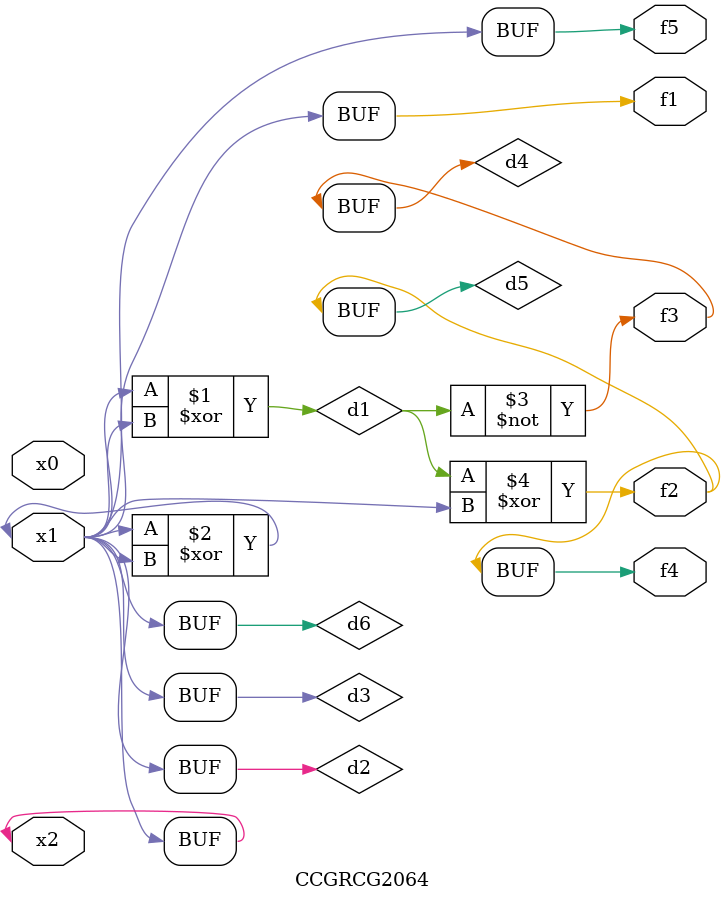
<source format=v>
module CCGRCG2064(
	input x0, x1, x2,
	output f1, f2, f3, f4, f5
);

	wire d1, d2, d3, d4, d5, d6;

	xor (d1, x1, x2);
	buf (d2, x1, x2);
	xor (d3, x1, x2);
	nor (d4, d1);
	xor (d5, d1, d2);
	buf (d6, d2, d3);
	assign f1 = d6;
	assign f2 = d5;
	assign f3 = d4;
	assign f4 = d5;
	assign f5 = d6;
endmodule

</source>
